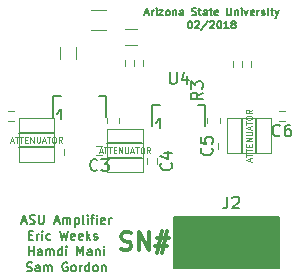
<source format=gto>
G04 #@! TF.GenerationSoftware,KiCad,Pcbnew,(5.0.0-rc2-dev-262-gdfd2a8fc4)*
G04 #@! TF.CreationDate,2018-03-21T15:36:15-07:00*
G04 #@! TF.ProjectId,BaseBandAmp_03202018,4261736542616E64416D705F30333230,rev?*
G04 #@! TF.SameCoordinates,Original*
G04 #@! TF.FileFunction,Legend,Top*
G04 #@! TF.FilePolarity,Positive*
%FSLAX46Y46*%
G04 Gerber Fmt 4.6, Leading zero omitted, Abs format (unit mm)*
G04 Created by KiCad (PCBNEW (5.0.0-rc2-dev-262-gdfd2a8fc4)) date 03/21/18 15:36:15*
%MOMM*%
%LPD*%
G01*
G04 APERTURE LIST*
%ADD10C,0.158750*%
%ADD11C,0.300000*%
%ADD12C,0.190500*%
%ADD13C,0.120000*%
%ADD14C,0.119380*%
%ADD15C,0.127000*%
%ADD16C,0.150000*%
%ADD17C,0.099060*%
G04 APERTURE END LIST*
D10*
X139521595Y-57843208D02*
X139823976Y-57843208D01*
X139461119Y-58024636D02*
X139672785Y-57389636D01*
X139884452Y-58024636D01*
X140096119Y-58024636D02*
X140096119Y-57601303D01*
X140096119Y-57722255D02*
X140126357Y-57661779D01*
X140156595Y-57631541D01*
X140217071Y-57601303D01*
X140277547Y-57601303D01*
X140489214Y-58024636D02*
X140489214Y-57601303D01*
X140489214Y-57389636D02*
X140458976Y-57419875D01*
X140489214Y-57450113D01*
X140519452Y-57419875D01*
X140489214Y-57389636D01*
X140489214Y-57450113D01*
X140731119Y-57601303D02*
X141063738Y-57601303D01*
X140731119Y-58024636D01*
X141063738Y-58024636D01*
X141396357Y-58024636D02*
X141335880Y-57994398D01*
X141305642Y-57964160D01*
X141275404Y-57903684D01*
X141275404Y-57722255D01*
X141305642Y-57661779D01*
X141335880Y-57631541D01*
X141396357Y-57601303D01*
X141487071Y-57601303D01*
X141547547Y-57631541D01*
X141577785Y-57661779D01*
X141608023Y-57722255D01*
X141608023Y-57903684D01*
X141577785Y-57964160D01*
X141547547Y-57994398D01*
X141487071Y-58024636D01*
X141396357Y-58024636D01*
X141880166Y-57601303D02*
X141880166Y-58024636D01*
X141880166Y-57661779D02*
X141910404Y-57631541D01*
X141970880Y-57601303D01*
X142061595Y-57601303D01*
X142122071Y-57631541D01*
X142152309Y-57692017D01*
X142152309Y-58024636D01*
X142726833Y-58024636D02*
X142726833Y-57692017D01*
X142696595Y-57631541D01*
X142636119Y-57601303D01*
X142515166Y-57601303D01*
X142454690Y-57631541D01*
X142726833Y-57994398D02*
X142666357Y-58024636D01*
X142515166Y-58024636D01*
X142454690Y-57994398D01*
X142424452Y-57933922D01*
X142424452Y-57873446D01*
X142454690Y-57812970D01*
X142515166Y-57782732D01*
X142666357Y-57782732D01*
X142726833Y-57752494D01*
X143482785Y-57994398D02*
X143573500Y-58024636D01*
X143724690Y-58024636D01*
X143785166Y-57994398D01*
X143815404Y-57964160D01*
X143845642Y-57903684D01*
X143845642Y-57843208D01*
X143815404Y-57782732D01*
X143785166Y-57752494D01*
X143724690Y-57722255D01*
X143603738Y-57692017D01*
X143543261Y-57661779D01*
X143513023Y-57631541D01*
X143482785Y-57571065D01*
X143482785Y-57510589D01*
X143513023Y-57450113D01*
X143543261Y-57419875D01*
X143603738Y-57389636D01*
X143754928Y-57389636D01*
X143845642Y-57419875D01*
X144027071Y-57601303D02*
X144268976Y-57601303D01*
X144117785Y-57389636D02*
X144117785Y-57933922D01*
X144148023Y-57994398D01*
X144208500Y-58024636D01*
X144268976Y-58024636D01*
X144752785Y-58024636D02*
X144752785Y-57692017D01*
X144722547Y-57631541D01*
X144662071Y-57601303D01*
X144541119Y-57601303D01*
X144480642Y-57631541D01*
X144752785Y-57994398D02*
X144692309Y-58024636D01*
X144541119Y-58024636D01*
X144480642Y-57994398D01*
X144450404Y-57933922D01*
X144450404Y-57873446D01*
X144480642Y-57812970D01*
X144541119Y-57782732D01*
X144692309Y-57782732D01*
X144752785Y-57752494D01*
X144964452Y-57601303D02*
X145206357Y-57601303D01*
X145055166Y-57389636D02*
X145055166Y-57933922D01*
X145085404Y-57994398D01*
X145145880Y-58024636D01*
X145206357Y-58024636D01*
X145659928Y-57994398D02*
X145599452Y-58024636D01*
X145478500Y-58024636D01*
X145418023Y-57994398D01*
X145387785Y-57933922D01*
X145387785Y-57692017D01*
X145418023Y-57631541D01*
X145478500Y-57601303D01*
X145599452Y-57601303D01*
X145659928Y-57631541D01*
X145690166Y-57692017D01*
X145690166Y-57752494D01*
X145387785Y-57812970D01*
X146446119Y-57389636D02*
X146446119Y-57903684D01*
X146476357Y-57964160D01*
X146506595Y-57994398D01*
X146567071Y-58024636D01*
X146688023Y-58024636D01*
X146748500Y-57994398D01*
X146778738Y-57964160D01*
X146808976Y-57903684D01*
X146808976Y-57389636D01*
X147111357Y-57601303D02*
X147111357Y-58024636D01*
X147111357Y-57661779D02*
X147141595Y-57631541D01*
X147202071Y-57601303D01*
X147292785Y-57601303D01*
X147353261Y-57631541D01*
X147383500Y-57692017D01*
X147383500Y-58024636D01*
X147685880Y-58024636D02*
X147685880Y-57601303D01*
X147685880Y-57389636D02*
X147655642Y-57419875D01*
X147685880Y-57450113D01*
X147716119Y-57419875D01*
X147685880Y-57389636D01*
X147685880Y-57450113D01*
X147927785Y-57601303D02*
X148078976Y-58024636D01*
X148230166Y-57601303D01*
X148713976Y-57994398D02*
X148653500Y-58024636D01*
X148532547Y-58024636D01*
X148472071Y-57994398D01*
X148441833Y-57933922D01*
X148441833Y-57692017D01*
X148472071Y-57631541D01*
X148532547Y-57601303D01*
X148653500Y-57601303D01*
X148713976Y-57631541D01*
X148744214Y-57692017D01*
X148744214Y-57752494D01*
X148441833Y-57812970D01*
X149016357Y-58024636D02*
X149016357Y-57601303D01*
X149016357Y-57722255D02*
X149046595Y-57661779D01*
X149076833Y-57631541D01*
X149137309Y-57601303D01*
X149197785Y-57601303D01*
X149379214Y-57994398D02*
X149439690Y-58024636D01*
X149560642Y-58024636D01*
X149621119Y-57994398D01*
X149651357Y-57933922D01*
X149651357Y-57903684D01*
X149621119Y-57843208D01*
X149560642Y-57812970D01*
X149469928Y-57812970D01*
X149409452Y-57782732D01*
X149379214Y-57722255D01*
X149379214Y-57692017D01*
X149409452Y-57631541D01*
X149469928Y-57601303D01*
X149560642Y-57601303D01*
X149621119Y-57631541D01*
X149923500Y-58024636D02*
X149923500Y-57601303D01*
X149923500Y-57389636D02*
X149893261Y-57419875D01*
X149923500Y-57450113D01*
X149953738Y-57419875D01*
X149923500Y-57389636D01*
X149923500Y-57450113D01*
X150135166Y-57601303D02*
X150377071Y-57601303D01*
X150225880Y-57389636D02*
X150225880Y-57933922D01*
X150256119Y-57994398D01*
X150316595Y-58024636D01*
X150377071Y-58024636D01*
X150528261Y-57601303D02*
X150679452Y-58024636D01*
X150830642Y-57601303D02*
X150679452Y-58024636D01*
X150618976Y-58175827D01*
X150588738Y-58206065D01*
X150528261Y-58236303D01*
X143286238Y-58500886D02*
X143346714Y-58500886D01*
X143407190Y-58531125D01*
X143437428Y-58561363D01*
X143467666Y-58621839D01*
X143497904Y-58742791D01*
X143497904Y-58893982D01*
X143467666Y-59014934D01*
X143437428Y-59075410D01*
X143407190Y-59105648D01*
X143346714Y-59135886D01*
X143286238Y-59135886D01*
X143225761Y-59105648D01*
X143195523Y-59075410D01*
X143165285Y-59014934D01*
X143135047Y-58893982D01*
X143135047Y-58742791D01*
X143165285Y-58621839D01*
X143195523Y-58561363D01*
X143225761Y-58531125D01*
X143286238Y-58500886D01*
X143739809Y-58561363D02*
X143770047Y-58531125D01*
X143830523Y-58500886D01*
X143981714Y-58500886D01*
X144042190Y-58531125D01*
X144072428Y-58561363D01*
X144102666Y-58621839D01*
X144102666Y-58682315D01*
X144072428Y-58773029D01*
X143709571Y-59135886D01*
X144102666Y-59135886D01*
X144828380Y-58470648D02*
X144284095Y-59287077D01*
X145009809Y-58561363D02*
X145040047Y-58531125D01*
X145100523Y-58500886D01*
X145251714Y-58500886D01*
X145312190Y-58531125D01*
X145342428Y-58561363D01*
X145372666Y-58621839D01*
X145372666Y-58682315D01*
X145342428Y-58773029D01*
X144979571Y-59135886D01*
X145372666Y-59135886D01*
X145765761Y-58500886D02*
X145826238Y-58500886D01*
X145886714Y-58531125D01*
X145916952Y-58561363D01*
X145947190Y-58621839D01*
X145977428Y-58742791D01*
X145977428Y-58893982D01*
X145947190Y-59014934D01*
X145916952Y-59075410D01*
X145886714Y-59105648D01*
X145826238Y-59135886D01*
X145765761Y-59135886D01*
X145705285Y-59105648D01*
X145675047Y-59075410D01*
X145644809Y-59014934D01*
X145614571Y-58893982D01*
X145614571Y-58742791D01*
X145644809Y-58621839D01*
X145675047Y-58561363D01*
X145705285Y-58531125D01*
X145765761Y-58500886D01*
X146582190Y-59135886D02*
X146219333Y-59135886D01*
X146400761Y-59135886D02*
X146400761Y-58500886D01*
X146340285Y-58591601D01*
X146279809Y-58652077D01*
X146219333Y-58682315D01*
X146945047Y-58773029D02*
X146884571Y-58742791D01*
X146854333Y-58712553D01*
X146824095Y-58652077D01*
X146824095Y-58621839D01*
X146854333Y-58561363D01*
X146884571Y-58531125D01*
X146945047Y-58500886D01*
X147066000Y-58500886D01*
X147126476Y-58531125D01*
X147156714Y-58561363D01*
X147186952Y-58621839D01*
X147186952Y-58652077D01*
X147156714Y-58712553D01*
X147126476Y-58742791D01*
X147066000Y-58773029D01*
X146945047Y-58773029D01*
X146884571Y-58803267D01*
X146854333Y-58833505D01*
X146824095Y-58893982D01*
X146824095Y-59014934D01*
X146854333Y-59075410D01*
X146884571Y-59105648D01*
X146945047Y-59135886D01*
X147066000Y-59135886D01*
X147126476Y-59105648D01*
X147156714Y-59075410D01*
X147186952Y-59014934D01*
X147186952Y-58893982D01*
X147156714Y-58833505D01*
X147126476Y-58803267D01*
X147066000Y-58773029D01*
D11*
X137481714Y-77823142D02*
X137696000Y-77894571D01*
X138053142Y-77894571D01*
X138196000Y-77823142D01*
X138267428Y-77751714D01*
X138338857Y-77608857D01*
X138338857Y-77466000D01*
X138267428Y-77323142D01*
X138196000Y-77251714D01*
X138053142Y-77180285D01*
X137767428Y-77108857D01*
X137624571Y-77037428D01*
X137553142Y-76966000D01*
X137481714Y-76823142D01*
X137481714Y-76680285D01*
X137553142Y-76537428D01*
X137624571Y-76466000D01*
X137767428Y-76394571D01*
X138124571Y-76394571D01*
X138338857Y-76466000D01*
X138981714Y-77894571D02*
X138981714Y-76394571D01*
X139838857Y-77894571D01*
X139838857Y-76394571D01*
X140481714Y-76894571D02*
X141553142Y-76894571D01*
X140910285Y-76251714D02*
X140481714Y-78180285D01*
X141410285Y-77537428D02*
X140338857Y-77537428D01*
X140981714Y-78180285D02*
X141410285Y-76251714D01*
D12*
X129086428Y-75469750D02*
X129449285Y-75469750D01*
X129013857Y-75687464D02*
X129267857Y-74925464D01*
X129521857Y-75687464D01*
X129739571Y-75651178D02*
X129848428Y-75687464D01*
X130029857Y-75687464D01*
X130102428Y-75651178D01*
X130138714Y-75614892D01*
X130175000Y-75542321D01*
X130175000Y-75469750D01*
X130138714Y-75397178D01*
X130102428Y-75360892D01*
X130029857Y-75324607D01*
X129884714Y-75288321D01*
X129812142Y-75252035D01*
X129775857Y-75215750D01*
X129739571Y-75143178D01*
X129739571Y-75070607D01*
X129775857Y-74998035D01*
X129812142Y-74961750D01*
X129884714Y-74925464D01*
X130066142Y-74925464D01*
X130175000Y-74961750D01*
X130501571Y-74925464D02*
X130501571Y-75542321D01*
X130537857Y-75614892D01*
X130574142Y-75651178D01*
X130646714Y-75687464D01*
X130791857Y-75687464D01*
X130864428Y-75651178D01*
X130900714Y-75614892D01*
X130937000Y-75542321D01*
X130937000Y-74925464D01*
X131844142Y-75469750D02*
X132207000Y-75469750D01*
X131771571Y-75687464D02*
X132025571Y-74925464D01*
X132279571Y-75687464D01*
X132533571Y-75687464D02*
X132533571Y-75179464D01*
X132533571Y-75252035D02*
X132569857Y-75215750D01*
X132642428Y-75179464D01*
X132751285Y-75179464D01*
X132823857Y-75215750D01*
X132860142Y-75288321D01*
X132860142Y-75687464D01*
X132860142Y-75288321D02*
X132896428Y-75215750D01*
X132969000Y-75179464D01*
X133077857Y-75179464D01*
X133150428Y-75215750D01*
X133186714Y-75288321D01*
X133186714Y-75687464D01*
X133549571Y-75179464D02*
X133549571Y-75941464D01*
X133549571Y-75215750D02*
X133622142Y-75179464D01*
X133767285Y-75179464D01*
X133839857Y-75215750D01*
X133876142Y-75252035D01*
X133912428Y-75324607D01*
X133912428Y-75542321D01*
X133876142Y-75614892D01*
X133839857Y-75651178D01*
X133767285Y-75687464D01*
X133622142Y-75687464D01*
X133549571Y-75651178D01*
X134347857Y-75687464D02*
X134275285Y-75651178D01*
X134239000Y-75578607D01*
X134239000Y-74925464D01*
X134638142Y-75687464D02*
X134638142Y-75179464D01*
X134638142Y-74925464D02*
X134601857Y-74961750D01*
X134638142Y-74998035D01*
X134674428Y-74961750D01*
X134638142Y-74925464D01*
X134638142Y-74998035D01*
X134892142Y-75179464D02*
X135182428Y-75179464D01*
X135001000Y-75687464D02*
X135001000Y-75034321D01*
X135037285Y-74961750D01*
X135109857Y-74925464D01*
X135182428Y-74925464D01*
X135436428Y-75687464D02*
X135436428Y-75179464D01*
X135436428Y-74925464D02*
X135400142Y-74961750D01*
X135436428Y-74998035D01*
X135472714Y-74961750D01*
X135436428Y-74925464D01*
X135436428Y-74998035D01*
X136089571Y-75651178D02*
X136017000Y-75687464D01*
X135871857Y-75687464D01*
X135799285Y-75651178D01*
X135763000Y-75578607D01*
X135763000Y-75288321D01*
X135799285Y-75215750D01*
X135871857Y-75179464D01*
X136017000Y-75179464D01*
X136089571Y-75215750D01*
X136125857Y-75288321D01*
X136125857Y-75360892D01*
X135763000Y-75433464D01*
X136452428Y-75687464D02*
X136452428Y-75179464D01*
X136452428Y-75324607D02*
X136488714Y-75252035D01*
X136525000Y-75215750D01*
X136597571Y-75179464D01*
X136670142Y-75179464D01*
X129648857Y-76621821D02*
X129902857Y-76621821D01*
X130011714Y-77020964D02*
X129648857Y-77020964D01*
X129648857Y-76258964D01*
X130011714Y-76258964D01*
X130338285Y-77020964D02*
X130338285Y-76512964D01*
X130338285Y-76658107D02*
X130374571Y-76585535D01*
X130410857Y-76549250D01*
X130483428Y-76512964D01*
X130556000Y-76512964D01*
X130810000Y-77020964D02*
X130810000Y-76512964D01*
X130810000Y-76258964D02*
X130773714Y-76295250D01*
X130810000Y-76331535D01*
X130846285Y-76295250D01*
X130810000Y-76258964D01*
X130810000Y-76331535D01*
X131499428Y-76984678D02*
X131426857Y-77020964D01*
X131281714Y-77020964D01*
X131209142Y-76984678D01*
X131172857Y-76948392D01*
X131136571Y-76875821D01*
X131136571Y-76658107D01*
X131172857Y-76585535D01*
X131209142Y-76549250D01*
X131281714Y-76512964D01*
X131426857Y-76512964D01*
X131499428Y-76549250D01*
X132334000Y-76258964D02*
X132515428Y-77020964D01*
X132660571Y-76476678D01*
X132805714Y-77020964D01*
X132987142Y-76258964D01*
X133567714Y-76984678D02*
X133495142Y-77020964D01*
X133350000Y-77020964D01*
X133277428Y-76984678D01*
X133241142Y-76912107D01*
X133241142Y-76621821D01*
X133277428Y-76549250D01*
X133350000Y-76512964D01*
X133495142Y-76512964D01*
X133567714Y-76549250D01*
X133604000Y-76621821D01*
X133604000Y-76694392D01*
X133241142Y-76766964D01*
X134220857Y-76984678D02*
X134148285Y-77020964D01*
X134003142Y-77020964D01*
X133930571Y-76984678D01*
X133894285Y-76912107D01*
X133894285Y-76621821D01*
X133930571Y-76549250D01*
X134003142Y-76512964D01*
X134148285Y-76512964D01*
X134220857Y-76549250D01*
X134257142Y-76621821D01*
X134257142Y-76694392D01*
X133894285Y-76766964D01*
X134583714Y-77020964D02*
X134583714Y-76258964D01*
X134656285Y-76730678D02*
X134874000Y-77020964D01*
X134874000Y-76512964D02*
X134583714Y-76803250D01*
X135164285Y-76984678D02*
X135236857Y-77020964D01*
X135382000Y-77020964D01*
X135454571Y-76984678D01*
X135490857Y-76912107D01*
X135490857Y-76875821D01*
X135454571Y-76803250D01*
X135382000Y-76766964D01*
X135273142Y-76766964D01*
X135200571Y-76730678D01*
X135164285Y-76658107D01*
X135164285Y-76621821D01*
X135200571Y-76549250D01*
X135273142Y-76512964D01*
X135382000Y-76512964D01*
X135454571Y-76549250D01*
X129648857Y-78354464D02*
X129648857Y-77592464D01*
X129648857Y-77955321D02*
X130084285Y-77955321D01*
X130084285Y-78354464D02*
X130084285Y-77592464D01*
X130773714Y-78354464D02*
X130773714Y-77955321D01*
X130737428Y-77882750D01*
X130664857Y-77846464D01*
X130519714Y-77846464D01*
X130447142Y-77882750D01*
X130773714Y-78318178D02*
X130701142Y-78354464D01*
X130519714Y-78354464D01*
X130447142Y-78318178D01*
X130410857Y-78245607D01*
X130410857Y-78173035D01*
X130447142Y-78100464D01*
X130519714Y-78064178D01*
X130701142Y-78064178D01*
X130773714Y-78027892D01*
X131136571Y-78354464D02*
X131136571Y-77846464D01*
X131136571Y-77919035D02*
X131172857Y-77882750D01*
X131245428Y-77846464D01*
X131354285Y-77846464D01*
X131426857Y-77882750D01*
X131463142Y-77955321D01*
X131463142Y-78354464D01*
X131463142Y-77955321D02*
X131499428Y-77882750D01*
X131572000Y-77846464D01*
X131680857Y-77846464D01*
X131753428Y-77882750D01*
X131789714Y-77955321D01*
X131789714Y-78354464D01*
X132479142Y-78354464D02*
X132479142Y-77592464D01*
X132479142Y-78318178D02*
X132406571Y-78354464D01*
X132261428Y-78354464D01*
X132188857Y-78318178D01*
X132152571Y-78281892D01*
X132116285Y-78209321D01*
X132116285Y-77991607D01*
X132152571Y-77919035D01*
X132188857Y-77882750D01*
X132261428Y-77846464D01*
X132406571Y-77846464D01*
X132479142Y-77882750D01*
X132842000Y-78354464D02*
X132842000Y-77846464D01*
X132842000Y-77592464D02*
X132805714Y-77628750D01*
X132842000Y-77665035D01*
X132878285Y-77628750D01*
X132842000Y-77592464D01*
X132842000Y-77665035D01*
X133785428Y-78354464D02*
X133785428Y-77592464D01*
X134039428Y-78136750D01*
X134293428Y-77592464D01*
X134293428Y-78354464D01*
X134982857Y-78354464D02*
X134982857Y-77955321D01*
X134946571Y-77882750D01*
X134874000Y-77846464D01*
X134728857Y-77846464D01*
X134656285Y-77882750D01*
X134982857Y-78318178D02*
X134910285Y-78354464D01*
X134728857Y-78354464D01*
X134656285Y-78318178D01*
X134620000Y-78245607D01*
X134620000Y-78173035D01*
X134656285Y-78100464D01*
X134728857Y-78064178D01*
X134910285Y-78064178D01*
X134982857Y-78027892D01*
X135345714Y-77846464D02*
X135345714Y-78354464D01*
X135345714Y-77919035D02*
X135382000Y-77882750D01*
X135454571Y-77846464D01*
X135563428Y-77846464D01*
X135636000Y-77882750D01*
X135672285Y-77955321D01*
X135672285Y-78354464D01*
X136035142Y-78354464D02*
X136035142Y-77846464D01*
X136035142Y-77592464D02*
X135998857Y-77628750D01*
X136035142Y-77665035D01*
X136071428Y-77628750D01*
X136035142Y-77592464D01*
X136035142Y-77665035D01*
X129485571Y-79651678D02*
X129594428Y-79687964D01*
X129775857Y-79687964D01*
X129848428Y-79651678D01*
X129884714Y-79615392D01*
X129921000Y-79542821D01*
X129921000Y-79470250D01*
X129884714Y-79397678D01*
X129848428Y-79361392D01*
X129775857Y-79325107D01*
X129630714Y-79288821D01*
X129558142Y-79252535D01*
X129521857Y-79216250D01*
X129485571Y-79143678D01*
X129485571Y-79071107D01*
X129521857Y-78998535D01*
X129558142Y-78962250D01*
X129630714Y-78925964D01*
X129812142Y-78925964D01*
X129921000Y-78962250D01*
X130574142Y-79687964D02*
X130574142Y-79288821D01*
X130537857Y-79216250D01*
X130465285Y-79179964D01*
X130320142Y-79179964D01*
X130247571Y-79216250D01*
X130574142Y-79651678D02*
X130501571Y-79687964D01*
X130320142Y-79687964D01*
X130247571Y-79651678D01*
X130211285Y-79579107D01*
X130211285Y-79506535D01*
X130247571Y-79433964D01*
X130320142Y-79397678D01*
X130501571Y-79397678D01*
X130574142Y-79361392D01*
X130937000Y-79687964D02*
X130937000Y-79179964D01*
X130937000Y-79252535D02*
X130973285Y-79216250D01*
X131045857Y-79179964D01*
X131154714Y-79179964D01*
X131227285Y-79216250D01*
X131263571Y-79288821D01*
X131263571Y-79687964D01*
X131263571Y-79288821D02*
X131299857Y-79216250D01*
X131372428Y-79179964D01*
X131481285Y-79179964D01*
X131553857Y-79216250D01*
X131590142Y-79288821D01*
X131590142Y-79687964D01*
X132932714Y-78962250D02*
X132860142Y-78925964D01*
X132751285Y-78925964D01*
X132642428Y-78962250D01*
X132569857Y-79034821D01*
X132533571Y-79107392D01*
X132497285Y-79252535D01*
X132497285Y-79361392D01*
X132533571Y-79506535D01*
X132569857Y-79579107D01*
X132642428Y-79651678D01*
X132751285Y-79687964D01*
X132823857Y-79687964D01*
X132932714Y-79651678D01*
X132969000Y-79615392D01*
X132969000Y-79361392D01*
X132823857Y-79361392D01*
X133404428Y-79687964D02*
X133331857Y-79651678D01*
X133295571Y-79615392D01*
X133259285Y-79542821D01*
X133259285Y-79325107D01*
X133295571Y-79252535D01*
X133331857Y-79216250D01*
X133404428Y-79179964D01*
X133513285Y-79179964D01*
X133585857Y-79216250D01*
X133622142Y-79252535D01*
X133658428Y-79325107D01*
X133658428Y-79542821D01*
X133622142Y-79615392D01*
X133585857Y-79651678D01*
X133513285Y-79687964D01*
X133404428Y-79687964D01*
X133985000Y-79687964D02*
X133985000Y-79179964D01*
X133985000Y-79325107D02*
X134021285Y-79252535D01*
X134057571Y-79216250D01*
X134130142Y-79179964D01*
X134202714Y-79179964D01*
X134783285Y-79687964D02*
X134783285Y-78925964D01*
X134783285Y-79651678D02*
X134710714Y-79687964D01*
X134565571Y-79687964D01*
X134493000Y-79651678D01*
X134456714Y-79615392D01*
X134420428Y-79542821D01*
X134420428Y-79325107D01*
X134456714Y-79252535D01*
X134493000Y-79216250D01*
X134565571Y-79179964D01*
X134710714Y-79179964D01*
X134783285Y-79216250D01*
X135255000Y-79687964D02*
X135182428Y-79651678D01*
X135146142Y-79615392D01*
X135109857Y-79542821D01*
X135109857Y-79325107D01*
X135146142Y-79252535D01*
X135182428Y-79216250D01*
X135255000Y-79179964D01*
X135363857Y-79179964D01*
X135436428Y-79216250D01*
X135472714Y-79252535D01*
X135509000Y-79325107D01*
X135509000Y-79542821D01*
X135472714Y-79615392D01*
X135436428Y-79651678D01*
X135363857Y-79687964D01*
X135255000Y-79687964D01*
X135835571Y-79179964D02*
X135835571Y-79687964D01*
X135835571Y-79252535D02*
X135871857Y-79216250D01*
X135944428Y-79179964D01*
X136053285Y-79179964D01*
X136125857Y-79216250D01*
X136162142Y-79288821D01*
X136162142Y-79687964D01*
D13*
X138791000Y-60497000D02*
X137791000Y-60497000D01*
X137791000Y-59137000D02*
X138791000Y-59137000D01*
X144758000Y-66679000D02*
X144758000Y-67179000D01*
X145818000Y-67179000D02*
X145818000Y-66679000D01*
X138576000Y-61827000D02*
X138576000Y-62327000D01*
X137776000Y-62327000D02*
X137776000Y-61827000D01*
X138538000Y-62327000D02*
X138538000Y-61827000D01*
X139338000Y-61827000D02*
X139338000Y-62327000D01*
X137309000Y-67179000D02*
X137309000Y-66679000D01*
X136249000Y-66679000D02*
X136249000Y-67179000D01*
X148482000Y-61879000D02*
X148482000Y-62379000D01*
X147682000Y-62379000D02*
X147682000Y-61879000D01*
X147720000Y-61879000D02*
X147720000Y-62379000D01*
X146920000Y-62379000D02*
X146920000Y-61879000D01*
X127893000Y-66148000D02*
X128393000Y-66148000D01*
X128393000Y-66948000D02*
X127893000Y-66948000D01*
X131807000Y-69846000D02*
X131807000Y-69346000D01*
X132607000Y-69346000D02*
X132607000Y-69846000D01*
X135386000Y-69069000D02*
X135886000Y-69069000D01*
X135886000Y-69869000D02*
X135386000Y-69869000D01*
X139681000Y-70608000D02*
X139681000Y-70108000D01*
X140481000Y-70108000D02*
X140481000Y-70608000D01*
X146450000Y-68838000D02*
X146450000Y-69338000D01*
X145650000Y-69338000D02*
X145650000Y-68838000D01*
X150854000Y-66148000D02*
X151354000Y-66148000D01*
X151354000Y-66948000D02*
X150854000Y-66948000D01*
D14*
X131803140Y-70429120D02*
X128800860Y-70429120D01*
X128800860Y-70429120D02*
X128800860Y-69179440D01*
X131803140Y-69179440D02*
X131803140Y-70429120D01*
X128800860Y-67980560D02*
X128800860Y-66730880D01*
X128800860Y-66730880D02*
X131803140Y-66730880D01*
X131803140Y-66730880D02*
X131803140Y-67980560D01*
X128800860Y-67980560D02*
X128800860Y-69179440D01*
X131803140Y-67980560D02*
X131803140Y-69179440D01*
D15*
X128803400Y-67983100D02*
X131800600Y-67983100D01*
X131800600Y-69176900D02*
X128803400Y-69176900D01*
D16*
X132085080Y-66367660D02*
X132334000Y-66067940D01*
X132334000Y-66067940D02*
X132435600Y-65918080D01*
X132435600Y-65918080D02*
X132435600Y-66766440D01*
X131734560Y-64866520D02*
X131734560Y-66667380D01*
X131734560Y-64866520D02*
X132384800Y-64866520D01*
X136235440Y-64866520D02*
X136235440Y-66667380D01*
X136235440Y-64866520D02*
X135585200Y-64866520D01*
D14*
X139296140Y-71318120D02*
X136293860Y-71318120D01*
X136293860Y-71318120D02*
X136293860Y-70068440D01*
X139296140Y-70068440D02*
X139296140Y-71318120D01*
X136293860Y-68869560D02*
X136293860Y-67619880D01*
X136293860Y-67619880D02*
X139296140Y-67619880D01*
X139296140Y-67619880D02*
X139296140Y-68869560D01*
X136293860Y-68869560D02*
X136293860Y-70068440D01*
X139296140Y-68869560D02*
X139296140Y-70068440D01*
D15*
X136296400Y-68872100D02*
X139293600Y-68872100D01*
X139293600Y-70065900D02*
X136296400Y-70065900D01*
D16*
X140467080Y-67129660D02*
X140716000Y-66829940D01*
X140716000Y-66829940D02*
X140817600Y-66680080D01*
X140817600Y-66680080D02*
X140817600Y-67528440D01*
X140116560Y-65628520D02*
X140116560Y-67429380D01*
X140116560Y-65628520D02*
X140766800Y-65628520D01*
X144617440Y-65628520D02*
X144617440Y-67429380D01*
X144617440Y-65628520D02*
X143967200Y-65628520D01*
D14*
X150185120Y-66697860D02*
X150185120Y-69700140D01*
X150185120Y-69700140D02*
X148935440Y-69700140D01*
X148935440Y-66697860D02*
X150185120Y-66697860D01*
X147736560Y-69700140D02*
X146486880Y-69700140D01*
X146486880Y-69700140D02*
X146486880Y-66697860D01*
X146486880Y-66697860D02*
X147736560Y-66697860D01*
X147736560Y-69700140D02*
X148935440Y-69700140D01*
X147736560Y-66697860D02*
X148935440Y-66697860D01*
D15*
X147739100Y-69697600D02*
X147739100Y-66700400D01*
X148932900Y-66700400D02*
X148932900Y-69697600D01*
D13*
X136170000Y-59300000D02*
X134970000Y-59300000D01*
X134970000Y-57540000D02*
X136170000Y-57540000D01*
X132289000Y-61714000D02*
X132289000Y-60714000D01*
X133649000Y-60714000D02*
X133649000Y-61714000D01*
D16*
X144390380Y-64555666D02*
X143914190Y-64889000D01*
X144390380Y-65127095D02*
X143390380Y-65127095D01*
X143390380Y-64746142D01*
X143438000Y-64650904D01*
X143485619Y-64603285D01*
X143580857Y-64555666D01*
X143723714Y-64555666D01*
X143818952Y-64603285D01*
X143866571Y-64650904D01*
X143914190Y-64746142D01*
X143914190Y-65127095D01*
X143390380Y-64222333D02*
X143390380Y-63603285D01*
X143771333Y-63936619D01*
X143771333Y-63793761D01*
X143818952Y-63698523D01*
X143866571Y-63650904D01*
X143961809Y-63603285D01*
X144199904Y-63603285D01*
X144295142Y-63650904D01*
X144342761Y-63698523D01*
X144390380Y-63793761D01*
X144390380Y-64079476D01*
X144342761Y-64174714D01*
X144295142Y-64222333D01*
X146478666Y-73366380D02*
X146478666Y-74080666D01*
X146431047Y-74223523D01*
X146335809Y-74318761D01*
X146192952Y-74366380D01*
X146097714Y-74366380D01*
X146907238Y-73461619D02*
X146954857Y-73414000D01*
X147050095Y-73366380D01*
X147288190Y-73366380D01*
X147383428Y-73414000D01*
X147431047Y-73461619D01*
X147478666Y-73556857D01*
X147478666Y-73652095D01*
X147431047Y-73794952D01*
X146859619Y-74366380D01*
X147478666Y-74366380D01*
X135469333Y-71096142D02*
X135421714Y-71143761D01*
X135278857Y-71191380D01*
X135183619Y-71191380D01*
X135040761Y-71143761D01*
X134945523Y-71048523D01*
X134897904Y-70953285D01*
X134850285Y-70762809D01*
X134850285Y-70619952D01*
X134897904Y-70429476D01*
X134945523Y-70334238D01*
X135040761Y-70239000D01*
X135183619Y-70191380D01*
X135278857Y-70191380D01*
X135421714Y-70239000D01*
X135469333Y-70286619D01*
X135802666Y-70191380D02*
X136421714Y-70191380D01*
X136088380Y-70572333D01*
X136231238Y-70572333D01*
X136326476Y-70619952D01*
X136374095Y-70667571D01*
X136421714Y-70762809D01*
X136421714Y-71000904D01*
X136374095Y-71096142D01*
X136326476Y-71143761D01*
X136231238Y-71191380D01*
X135945523Y-71191380D01*
X135850285Y-71143761D01*
X135802666Y-71096142D01*
X141708142Y-70524666D02*
X141755761Y-70572285D01*
X141803380Y-70715142D01*
X141803380Y-70810380D01*
X141755761Y-70953238D01*
X141660523Y-71048476D01*
X141565285Y-71096095D01*
X141374809Y-71143714D01*
X141231952Y-71143714D01*
X141041476Y-71096095D01*
X140946238Y-71048476D01*
X140851000Y-70953238D01*
X140803380Y-70810380D01*
X140803380Y-70715142D01*
X140851000Y-70572285D01*
X140898619Y-70524666D01*
X141136714Y-69667523D02*
X141803380Y-69667523D01*
X140755761Y-69905619D02*
X141470047Y-70143714D01*
X141470047Y-69524666D01*
X145137142Y-69254666D02*
X145184761Y-69302285D01*
X145232380Y-69445142D01*
X145232380Y-69540380D01*
X145184761Y-69683238D01*
X145089523Y-69778476D01*
X144994285Y-69826095D01*
X144803809Y-69873714D01*
X144660952Y-69873714D01*
X144470476Y-69826095D01*
X144375238Y-69778476D01*
X144280000Y-69683238D01*
X144232380Y-69540380D01*
X144232380Y-69445142D01*
X144280000Y-69302285D01*
X144327619Y-69254666D01*
X144232380Y-68349904D02*
X144232380Y-68826095D01*
X144708571Y-68873714D01*
X144660952Y-68826095D01*
X144613333Y-68730857D01*
X144613333Y-68492761D01*
X144660952Y-68397523D01*
X144708571Y-68349904D01*
X144803809Y-68302285D01*
X145041904Y-68302285D01*
X145137142Y-68349904D01*
X145184761Y-68397523D01*
X145232380Y-68492761D01*
X145232380Y-68730857D01*
X145184761Y-68826095D01*
X145137142Y-68873714D01*
X150937333Y-68175142D02*
X150889714Y-68222761D01*
X150746857Y-68270380D01*
X150651619Y-68270380D01*
X150508761Y-68222761D01*
X150413523Y-68127523D01*
X150365904Y-68032285D01*
X150318285Y-67841809D01*
X150318285Y-67698952D01*
X150365904Y-67508476D01*
X150413523Y-67413238D01*
X150508761Y-67318000D01*
X150651619Y-67270380D01*
X150746857Y-67270380D01*
X150889714Y-67318000D01*
X150937333Y-67365619D01*
X151794476Y-67270380D02*
X151604000Y-67270380D01*
X151508761Y-67318000D01*
X151461142Y-67365619D01*
X151365904Y-67508476D01*
X151318285Y-67698952D01*
X151318285Y-68079904D01*
X151365904Y-68175142D01*
X151413523Y-68222761D01*
X151508761Y-68270380D01*
X151699238Y-68270380D01*
X151794476Y-68222761D01*
X151842095Y-68175142D01*
X151889714Y-68079904D01*
X151889714Y-67841809D01*
X151842095Y-67746571D01*
X151794476Y-67698952D01*
X151699238Y-67651333D01*
X151508761Y-67651333D01*
X151413523Y-67698952D01*
X151365904Y-67746571D01*
X151318285Y-67841809D01*
D17*
X128133686Y-68663396D02*
X128371962Y-68663396D01*
X128086031Y-68806362D02*
X128252824Y-68305982D01*
X128419618Y-68806362D01*
X128514928Y-68305982D02*
X128800860Y-68305982D01*
X128657894Y-68806362D02*
X128657894Y-68305982D01*
X128896170Y-68305982D02*
X129182101Y-68305982D01*
X129039136Y-68806362D02*
X129039136Y-68305982D01*
X129348895Y-68544258D02*
X129515688Y-68544258D01*
X129587171Y-68806362D02*
X129348895Y-68806362D01*
X129348895Y-68305982D01*
X129587171Y-68305982D01*
X129801620Y-68806362D02*
X129801620Y-68305982D01*
X130087551Y-68806362D01*
X130087551Y-68305982D01*
X130325827Y-68305982D02*
X130325827Y-68711051D01*
X130349655Y-68758707D01*
X130373482Y-68782534D01*
X130421138Y-68806362D01*
X130516448Y-68806362D01*
X130564103Y-68782534D01*
X130587931Y-68758707D01*
X130611759Y-68711051D01*
X130611759Y-68305982D01*
X130826207Y-68663396D02*
X131064483Y-68663396D01*
X130778552Y-68806362D02*
X130945345Y-68305982D01*
X131112139Y-68806362D01*
X131207449Y-68305982D02*
X131493380Y-68305982D01*
X131350415Y-68806362D02*
X131350415Y-68305982D01*
X131755484Y-68305982D02*
X131850795Y-68305982D01*
X131898450Y-68329810D01*
X131946105Y-68377465D01*
X131969933Y-68472775D01*
X131969933Y-68639569D01*
X131946105Y-68734879D01*
X131898450Y-68782534D01*
X131850795Y-68806362D01*
X131755484Y-68806362D01*
X131707829Y-68782534D01*
X131660174Y-68734879D01*
X131636346Y-68639569D01*
X131636346Y-68472775D01*
X131660174Y-68377465D01*
X131707829Y-68329810D01*
X131755484Y-68305982D01*
X132470313Y-68806362D02*
X132303520Y-68568086D01*
X132184381Y-68806362D02*
X132184381Y-68305982D01*
X132375002Y-68305982D01*
X132422658Y-68329810D01*
X132446485Y-68353637D01*
X132470313Y-68401292D01*
X132470313Y-68472775D01*
X132446485Y-68520430D01*
X132422658Y-68544258D01*
X132375002Y-68568086D01*
X132184381Y-68568086D01*
X135626686Y-69552396D02*
X135864962Y-69552396D01*
X135579031Y-69695362D02*
X135745824Y-69194982D01*
X135912618Y-69695362D01*
X136007928Y-69194982D02*
X136293860Y-69194982D01*
X136150894Y-69695362D02*
X136150894Y-69194982D01*
X136389170Y-69194982D02*
X136675101Y-69194982D01*
X136532136Y-69695362D02*
X136532136Y-69194982D01*
X136841895Y-69433258D02*
X137008688Y-69433258D01*
X137080171Y-69695362D02*
X136841895Y-69695362D01*
X136841895Y-69194982D01*
X137080171Y-69194982D01*
X137294620Y-69695362D02*
X137294620Y-69194982D01*
X137580551Y-69695362D01*
X137580551Y-69194982D01*
X137818827Y-69194982D02*
X137818827Y-69600051D01*
X137842655Y-69647707D01*
X137866482Y-69671534D01*
X137914138Y-69695362D01*
X138009448Y-69695362D01*
X138057103Y-69671534D01*
X138080931Y-69647707D01*
X138104759Y-69600051D01*
X138104759Y-69194982D01*
X138319207Y-69552396D02*
X138557483Y-69552396D01*
X138271552Y-69695362D02*
X138438345Y-69194982D01*
X138605139Y-69695362D01*
X138700449Y-69194982D02*
X138986380Y-69194982D01*
X138843415Y-69695362D02*
X138843415Y-69194982D01*
X139248484Y-69194982D02*
X139343795Y-69194982D01*
X139391450Y-69218810D01*
X139439105Y-69266465D01*
X139462933Y-69361775D01*
X139462933Y-69528569D01*
X139439105Y-69623879D01*
X139391450Y-69671534D01*
X139343795Y-69695362D01*
X139248484Y-69695362D01*
X139200829Y-69671534D01*
X139153174Y-69623879D01*
X139129346Y-69528569D01*
X139129346Y-69361775D01*
X139153174Y-69266465D01*
X139200829Y-69218810D01*
X139248484Y-69194982D01*
X139963313Y-69695362D02*
X139796520Y-69457086D01*
X139677381Y-69695362D02*
X139677381Y-69194982D01*
X139868002Y-69194982D01*
X139915658Y-69218810D01*
X139939485Y-69242637D01*
X139963313Y-69290292D01*
X139963313Y-69361775D01*
X139939485Y-69409430D01*
X139915658Y-69433258D01*
X139868002Y-69457086D01*
X139677381Y-69457086D01*
D16*
X141605095Y-62825380D02*
X141605095Y-63634904D01*
X141652714Y-63730142D01*
X141700333Y-63777761D01*
X141795571Y-63825380D01*
X141986047Y-63825380D01*
X142081285Y-63777761D01*
X142128904Y-63730142D01*
X142176523Y-63634904D01*
X142176523Y-62825380D01*
X143081285Y-63158714D02*
X143081285Y-63825380D01*
X142843190Y-62777761D02*
X142605095Y-63492047D01*
X143224142Y-63492047D01*
D17*
X148419396Y-70367313D02*
X148419396Y-70129037D01*
X148562362Y-70414968D02*
X148061982Y-70248175D01*
X148562362Y-70081381D01*
X148061982Y-69986071D02*
X148061982Y-69700140D01*
X148562362Y-69843105D02*
X148061982Y-69843105D01*
X148061982Y-69604829D02*
X148061982Y-69318898D01*
X148562362Y-69461863D02*
X148061982Y-69461863D01*
X148300258Y-69152104D02*
X148300258Y-68985311D01*
X148562362Y-68913828D02*
X148562362Y-69152104D01*
X148061982Y-69152104D01*
X148061982Y-68913828D01*
X148562362Y-68699380D02*
X148061982Y-68699380D01*
X148562362Y-68413448D01*
X148061982Y-68413448D01*
X148061982Y-68175172D02*
X148467051Y-68175172D01*
X148514707Y-68151344D01*
X148538534Y-68127517D01*
X148562362Y-68079861D01*
X148562362Y-67984551D01*
X148538534Y-67936896D01*
X148514707Y-67913068D01*
X148467051Y-67889240D01*
X148061982Y-67889240D01*
X148419396Y-67674792D02*
X148419396Y-67436516D01*
X148562362Y-67722447D02*
X148061982Y-67555654D01*
X148562362Y-67388860D01*
X148061982Y-67293550D02*
X148061982Y-67007619D01*
X148562362Y-67150584D02*
X148061982Y-67150584D01*
X148061982Y-66745515D02*
X148061982Y-66650204D01*
X148085810Y-66602549D01*
X148133465Y-66554894D01*
X148228775Y-66531066D01*
X148395569Y-66531066D01*
X148490879Y-66554894D01*
X148538534Y-66602549D01*
X148562362Y-66650204D01*
X148562362Y-66745515D01*
X148538534Y-66793170D01*
X148490879Y-66840825D01*
X148395569Y-66864653D01*
X148228775Y-66864653D01*
X148133465Y-66840825D01*
X148085810Y-66793170D01*
X148061982Y-66745515D01*
X148562362Y-66030686D02*
X148324086Y-66197480D01*
X148562362Y-66316618D02*
X148061982Y-66316618D01*
X148061982Y-66125997D01*
X148085810Y-66078341D01*
X148109637Y-66054514D01*
X148157292Y-66030686D01*
X148228775Y-66030686D01*
X148276430Y-66054514D01*
X148300258Y-66078341D01*
X148324086Y-66125997D01*
X148324086Y-66316618D01*
D15*
G36*
X150812500Y-79438500D02*
X141922500Y-79438500D01*
X141922500Y-75120500D01*
X150812500Y-75120500D01*
X150812500Y-79438500D01*
X150812500Y-79438500D01*
G37*
X150812500Y-79438500D02*
X141922500Y-79438500D01*
X141922500Y-75120500D01*
X150812500Y-75120500D01*
X150812500Y-79438500D01*
M02*

</source>
